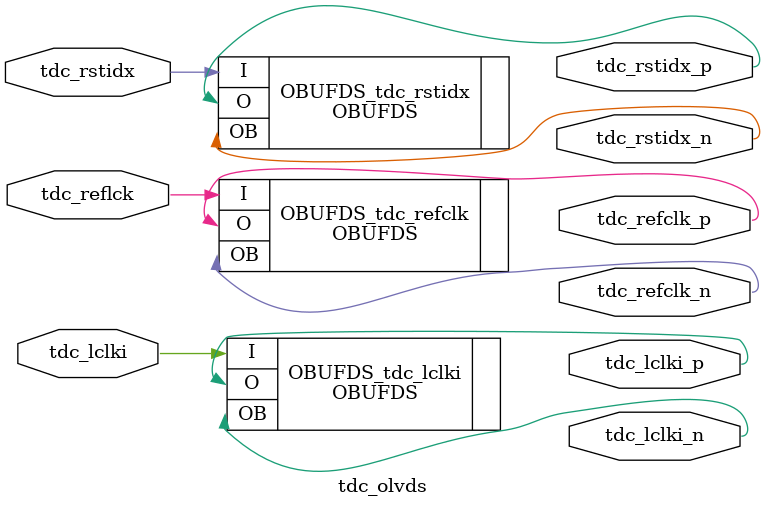
<source format=v>
`timescale 1ns / 1ps


module tdc_olvds(
    output  tdc_refclk_n,
    output  tdc_refclk_p,
    input   tdc_reflck,

    output  tdc_rstidx_n,
    output  tdc_rstidx_p,
    input   tdc_rstidx,

    output  tdc_lclki_n,
    output  tdc_lclki_p,
    input   tdc_lclki
);
    
OBUFDS #(
      .IOSTANDARD("DEFAULT"), // Specify the output I/O standard
      .SLEW("SLOW")           // Specify the output slew rate
   ) OBUFDS_tdc_refclk (
      .O(tdc_refclk_p),     // Diff_p output (connect directly to top-level port)
      .OB(tdc_refclk_n),   // Diff_n output (connect directly to top-level port)
      .I(tdc_reflck)      // Buffer input
   );
OBUFDS #(
      .IOSTANDARD("DEFAULT"), // Specify the output I/O standard
      .SLEW("SLOW")           // Specify the output slew rate
   ) OBUFDS_tdc_rstidx (
      .O(tdc_rstidx_p),     // Diff_p output (connect directly to top-level port)
      .OB(tdc_rstidx_n),   // Diff_n output (connect directly to top-level port)
      .I(tdc_rstidx)      // Buffer input
   );

OBUFDS #(
      .IOSTANDARD("DEFAULT"), // Specify the output I/O standard
      .SLEW("SLOW")           // Specify the output slew rate
   ) OBUFDS_tdc_lclki (
      .O(tdc_lclki_p),     // Diff_p output (connect directly to top-level port)
      .OB(tdc_lclki_n),   // Diff_n output (connect directly to top-level port)
      .I(tdc_lclki)      // Buffer input
   );

endmodule

</source>
